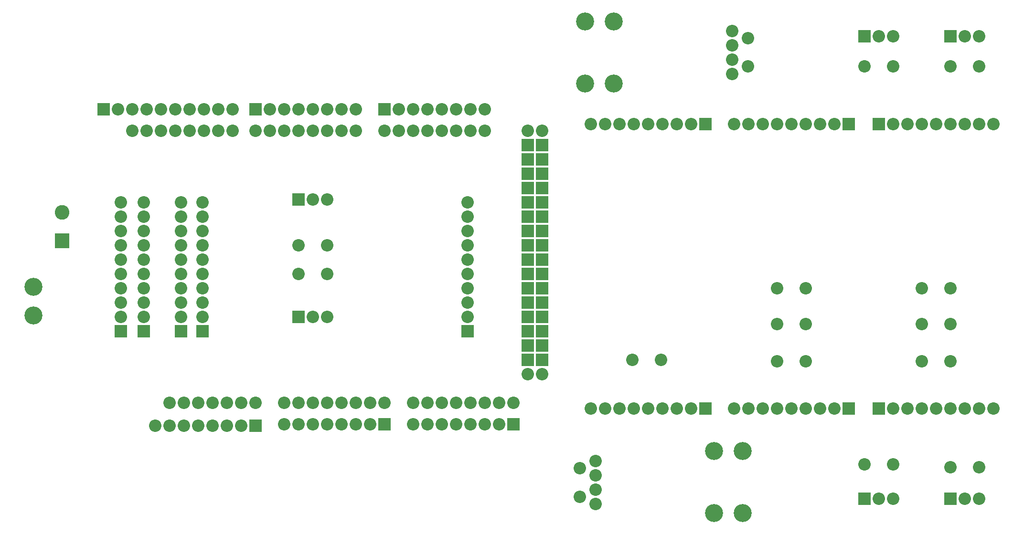
<source format=gbs>
G04 Layer: BottomSolderMaskLayer*
G04 EasyEDA v6.4.17, 2021-03-24T16:23:22--3:00*
G04 5452c1f5e71c41299ba0e0f227da57fd,59636247558045d2802cba280e4ac9d9,10*
G04 Gerber Generator version 0.2*
G04 Scale: 100 percent, Rotated: No, Reflected: No *
G04 Dimensions in millimeters *
G04 leading zeros omitted , absolute positions ,4 integer and 5 decimal *
%FSLAX45Y45*%
%MOMM*%

%ADD27C,2.2032*%
%ADD29C,3.2032*%
%ADD32C,2.6032*%

%LPD*%
D27*
G01*
X2159000Y-1397000D03*
G01*
X2159000Y-1651000D03*
G01*
X2159000Y-1905000D03*
G01*
X2159000Y-2159000D03*
G01*
X2159000Y-2413000D03*
G01*
X2159000Y-2667000D03*
G01*
X2159000Y-2921000D03*
G01*
X2159000Y-3175000D03*
G01*
X2159000Y-3429000D03*
G36*
X2048763Y-3793236D02*
G01*
X2048763Y-3572763D01*
X2269236Y-3572763D01*
X2269236Y-3793236D01*
G37*
G01*
X3200400Y-1397000D03*
G01*
X3200400Y-1651000D03*
G01*
X3200400Y-1905000D03*
G01*
X3200400Y-2159000D03*
G01*
X3200400Y-2413000D03*
G01*
X3200400Y-2667000D03*
G01*
X3200400Y-2921000D03*
G01*
X3200400Y-3175000D03*
G01*
X3200400Y-3429000D03*
G36*
X3090163Y-3793236D02*
G01*
X3090163Y-3572763D01*
X3310636Y-3572763D01*
X3310636Y-3793236D01*
G37*
G01*
X7899400Y-1397000D03*
G01*
X7899400Y-1651000D03*
G01*
X7899400Y-1905000D03*
G01*
X7899400Y-2159000D03*
G01*
X7899400Y-2413000D03*
G01*
X7899400Y-2667000D03*
G01*
X7899400Y-2921000D03*
G01*
X7899400Y-3175000D03*
G01*
X7899400Y-3429000D03*
G36*
X7789163Y-3793236D02*
G01*
X7789163Y-3572763D01*
X8009636Y-3572763D01*
X8009636Y-3793236D01*
G37*
G01*
X2819400Y-1397000D03*
G01*
X2819400Y-1651000D03*
G01*
X2819400Y-1905000D03*
G01*
X2819400Y-2159000D03*
G01*
X2819400Y-2413000D03*
G01*
X2819400Y-2667000D03*
G01*
X2819400Y-2921000D03*
G01*
X2819400Y-3175000D03*
G01*
X2819400Y-3429000D03*
G36*
X2709163Y-3793236D02*
G01*
X2709163Y-3572763D01*
X2929636Y-3572763D01*
X2929636Y-3793236D01*
G37*
G01*
X1752600Y-1397000D03*
G01*
X1752600Y-1651000D03*
G01*
X1752600Y-1905000D03*
G01*
X1752600Y-2159000D03*
G01*
X1752600Y-2413000D03*
G01*
X1752600Y-2667000D03*
G01*
X1752600Y-2921000D03*
G01*
X1752600Y-3175000D03*
G01*
X1752600Y-3429000D03*
G36*
X1642363Y-3793236D02*
G01*
X1642363Y-3572763D01*
X1862836Y-3572763D01*
X1862836Y-3793236D01*
G37*
G36*
X4029963Y-5469636D02*
G01*
X4029963Y-5249163D01*
X4250436Y-5249163D01*
X4250436Y-5469636D01*
G37*
G01*
X3886200Y-5359400D03*
G01*
X3632200Y-5359400D03*
G01*
X3378200Y-5359400D03*
G01*
X2362200Y-5359400D03*
G01*
X2616200Y-5359400D03*
G01*
X2870200Y-5359400D03*
G01*
X3124200Y-5359400D03*
G36*
X6315963Y-5444236D02*
G01*
X6315963Y-5223763D01*
X6536436Y-5223763D01*
X6536436Y-5444236D01*
G37*
G01*
X6172200Y-5334000D03*
G01*
X5918200Y-5334000D03*
G01*
X5664200Y-5334000D03*
G01*
X4648200Y-5334000D03*
G01*
X4902200Y-5334000D03*
G01*
X5156200Y-5334000D03*
G01*
X5410200Y-5334000D03*
G01*
X3733800Y254000D03*
G01*
X3479800Y254000D03*
G01*
X3225800Y254000D03*
G01*
X2971800Y254000D03*
G01*
X2717800Y254000D03*
G01*
X2463800Y254000D03*
G01*
X2209800Y254000D03*
G01*
X1955800Y254000D03*
G01*
X1701800Y254000D03*
G36*
X1337563Y143763D02*
G01*
X1337563Y364236D01*
X1558036Y364236D01*
X1558036Y143763D01*
G37*
G36*
X4029963Y143763D02*
G01*
X4029963Y364236D01*
X4250436Y364236D01*
X4250436Y143763D01*
G37*
G01*
X4394200Y254000D03*
G01*
X4648200Y254000D03*
G01*
X4902200Y254000D03*
G01*
X5918200Y254000D03*
G01*
X5664200Y254000D03*
G01*
X5410200Y254000D03*
G01*
X5156200Y254000D03*
G36*
X6315963Y143763D02*
G01*
X6315963Y364236D01*
X6536436Y364236D01*
X6536436Y143763D01*
G37*
G01*
X6680200Y254000D03*
G01*
X6934200Y254000D03*
G01*
X7188200Y254000D03*
G01*
X8204200Y254000D03*
G01*
X7950200Y254000D03*
G01*
X7696200Y254000D03*
G01*
X7442200Y254000D03*
G01*
X12590195Y1640204D03*
G01*
X12590195Y1386204D03*
G01*
X12590195Y1132204D03*
G01*
X12590195Y878204D03*
G01*
X12870205Y1513204D03*
G01*
X12870205Y1013205D03*
D29*
G01*
X9982200Y708202D03*
G01*
X10490200Y708202D03*
G01*
X10488193Y1808200D03*
G01*
X9980193Y1808200D03*
G01*
X203200Y-2895600D03*
G01*
X203200Y-3403600D03*
D27*
G01*
X4902200Y-2667000D03*
G01*
X5410200Y-2667000D03*
G01*
X4902200Y-2159000D03*
G01*
X5410200Y-2159000D03*
G36*
X4790440Y-3539236D02*
G01*
X4790440Y-3318763D01*
X5013959Y-3318763D01*
X5013959Y-3539236D01*
G37*
G01*
X5156200Y-3429000D03*
G01*
X5410200Y-3429000D03*
G36*
X4791963Y-1456436D02*
G01*
X4791963Y-1235963D01*
X5012436Y-1235963D01*
X5012436Y-1456436D01*
G37*
G01*
X5156200Y-1346200D03*
G01*
X5410200Y-1346200D03*
G36*
X14824963Y-6765036D02*
G01*
X14824963Y-6544563D01*
X15045436Y-6544563D01*
X15045436Y-6765036D01*
G37*
G01*
X15189200Y-6654800D03*
G01*
X15443200Y-6654800D03*
G36*
X16348963Y-6765036D02*
G01*
X16348963Y-6544563D01*
X16569436Y-6544563D01*
X16569436Y-6765036D01*
G37*
G01*
X16713200Y-6654800D03*
G01*
X16967200Y-6654800D03*
G36*
X14824963Y1439163D02*
G01*
X14824963Y1659636D01*
X15045436Y1659636D01*
X15045436Y1439163D01*
G37*
G01*
X15189200Y1549400D03*
G01*
X15443200Y1549400D03*
G36*
X16348963Y1439163D02*
G01*
X16348963Y1659636D01*
X16569436Y1659636D01*
X16569436Y1439163D01*
G37*
G01*
X16713200Y1549400D03*
G01*
X16967200Y1549400D03*
G36*
X581152Y-2209037D02*
G01*
X581152Y-1948687D01*
X841247Y-1948687D01*
X841247Y-2209037D01*
G37*
D32*
G01*
X711200Y-1578813D03*
D27*
G01*
X15443200Y-6045200D03*
G01*
X14935200Y-6045200D03*
G01*
X16967200Y-6096000D03*
G01*
X16459200Y-6096000D03*
G01*
X15443200Y1016000D03*
G01*
X14935200Y1016000D03*
G01*
X16967200Y1016000D03*
G01*
X16459200Y1016000D03*
G01*
X13385800Y-3556000D03*
G01*
X13893800Y-3556000D03*
G01*
X13385800Y-4216400D03*
G01*
X13893800Y-4216400D03*
G01*
X15951200Y-3556000D03*
G01*
X16459200Y-3556000D03*
G01*
X15951200Y-4216400D03*
G01*
X16459200Y-4216400D03*
G01*
X13385800Y-2921000D03*
G01*
X13893800Y-2921000D03*
G01*
X11328400Y-4191000D03*
G01*
X10820400Y-4191000D03*
G01*
X15951200Y-2921000D03*
G01*
X16459200Y-2921000D03*
G36*
X8601963Y-5444236D02*
G01*
X8601963Y-5223763D01*
X8822436Y-5223763D01*
X8822436Y-5444236D01*
G37*
G01*
X8458200Y-5334000D03*
G01*
X8204200Y-5334000D03*
G01*
X7950200Y-5334000D03*
G01*
X6934200Y-5334000D03*
G01*
X7188200Y-5334000D03*
G01*
X7442200Y-5334000D03*
G01*
X7696200Y-5334000D03*
G36*
X12005563Y-122936D02*
G01*
X12005563Y97536D01*
X12226036Y97536D01*
X12226036Y-122936D01*
G37*
G01*
X11861800Y-12725D03*
G01*
X11607800Y-12725D03*
G01*
X11353800Y-12725D03*
G01*
X11099800Y-12725D03*
G01*
X10845800Y-12725D03*
G01*
X10591800Y-12725D03*
G01*
X10337800Y-12725D03*
G01*
X10083800Y-12725D03*
G36*
X12005563Y-5164836D02*
G01*
X12005563Y-4944363D01*
X12226036Y-4944363D01*
X12226036Y-5164836D01*
G37*
G01*
X11861800Y-5054625D03*
G01*
X11607800Y-5054625D03*
G01*
X11353800Y-5054625D03*
G01*
X11099800Y-5054625D03*
G01*
X10845800Y-5054625D03*
G01*
X10591800Y-5054625D03*
G01*
X10337800Y-5054625D03*
G01*
X10083800Y-5054625D03*
G36*
X14545563Y-122936D02*
G01*
X14545563Y97536D01*
X14765781Y97536D01*
X14765781Y-122936D01*
G37*
G01*
X14401698Y-12725D03*
G01*
X14147698Y-12725D03*
G01*
X13893698Y-12725D03*
G01*
X13639698Y-12725D03*
G01*
X13385698Y-12725D03*
G01*
X13131698Y-12725D03*
G01*
X12877698Y-12725D03*
G01*
X12623698Y-12725D03*
G36*
X14545563Y-5164836D02*
G01*
X14545563Y-4944363D01*
X14765781Y-4944363D01*
X14765781Y-5164836D01*
G37*
G01*
X14401698Y-5054625D03*
G01*
X14147698Y-5054625D03*
G01*
X13893698Y-5054625D03*
G01*
X13639698Y-5054625D03*
G01*
X13385698Y-5054625D03*
G01*
X13131698Y-5054625D03*
G01*
X12877698Y-5054625D03*
G01*
X12623698Y-5054625D03*
G36*
X15078963Y-5164836D02*
G01*
X15078963Y-4944363D01*
X15299181Y-4944363D01*
X15299181Y-5164836D01*
G37*
G01*
X15443123Y-5054600D03*
G01*
X15697123Y-5054600D03*
G01*
X15951123Y-5054600D03*
G01*
X16205123Y-5054600D03*
G01*
X16459123Y-5054600D03*
G01*
X16713123Y-5054600D03*
G01*
X16967123Y-5054600D03*
G01*
X17221123Y-5054600D03*
G36*
X15078963Y-122936D02*
G01*
X15078963Y97536D01*
X15299181Y97536D01*
X15299181Y-122936D01*
G37*
G01*
X15443123Y-12700D03*
G01*
X15697123Y-12700D03*
G01*
X15951123Y-12700D03*
G01*
X16205123Y-12700D03*
G01*
X16459123Y-12700D03*
G01*
X16713123Y-12700D03*
G01*
X16967123Y-12700D03*
G01*
X17221123Y-12700D03*
G01*
X4140301Y-4953000D03*
G01*
X3886301Y-4953000D03*
G01*
X3632301Y-4953000D03*
G01*
X3378301Y-4953000D03*
G01*
X3124301Y-4953000D03*
G01*
X2870301Y-4953000D03*
G01*
X9220301Y-127000D03*
G01*
X8966301Y-127000D03*
G01*
X9220301Y-4445000D03*
G01*
X8966301Y-4445000D03*
G36*
X8856218Y-2523236D02*
G01*
X8856218Y-2302763D01*
X9076436Y-2302763D01*
X9076436Y-2523236D01*
G37*
G36*
X9110218Y-2523236D02*
G01*
X9110218Y-2302763D01*
X9330436Y-2302763D01*
X9330436Y-2523236D01*
G37*
G36*
X8856218Y-2777236D02*
G01*
X8856218Y-2556763D01*
X9076436Y-2556763D01*
X9076436Y-2777236D01*
G37*
G36*
X9110218Y-2777236D02*
G01*
X9110218Y-2556763D01*
X9330436Y-2556763D01*
X9330436Y-2777236D01*
G37*
G36*
X8856218Y-3031236D02*
G01*
X8856218Y-2810763D01*
X9076436Y-2810763D01*
X9076436Y-3031236D01*
G37*
G36*
X9110218Y-3031236D02*
G01*
X9110218Y-2810763D01*
X9330436Y-2810763D01*
X9330436Y-3031236D01*
G37*
G36*
X8856218Y-3285236D02*
G01*
X8856218Y-3064763D01*
X9076436Y-3064763D01*
X9076436Y-3285236D01*
G37*
G36*
X9110218Y-3285236D02*
G01*
X9110218Y-3064763D01*
X9330436Y-3064763D01*
X9330436Y-3285236D01*
G37*
G36*
X8856218Y-3539236D02*
G01*
X8856218Y-3318763D01*
X9076436Y-3318763D01*
X9076436Y-3539236D01*
G37*
G36*
X9110218Y-3539236D02*
G01*
X9110218Y-3318763D01*
X9330436Y-3318763D01*
X9330436Y-3539236D01*
G37*
G36*
X8856218Y-3793236D02*
G01*
X8856218Y-3572763D01*
X9076436Y-3572763D01*
X9076436Y-3793236D01*
G37*
G36*
X9110218Y-3793236D02*
G01*
X9110218Y-3572763D01*
X9330436Y-3572763D01*
X9330436Y-3793236D01*
G37*
G36*
X8856218Y-4047236D02*
G01*
X8856218Y-3826763D01*
X9076436Y-3826763D01*
X9076436Y-4047236D01*
G37*
G36*
X9110218Y-4047236D02*
G01*
X9110218Y-3826763D01*
X9330436Y-3826763D01*
X9330436Y-4047236D01*
G37*
G36*
X8856218Y-4301236D02*
G01*
X8856218Y-4080763D01*
X9076436Y-4080763D01*
X9076436Y-4301236D01*
G37*
G36*
X9110218Y-4301236D02*
G01*
X9110218Y-4080763D01*
X9330436Y-4080763D01*
X9330436Y-4301236D01*
G37*
G36*
X8856218Y-491236D02*
G01*
X8856218Y-270763D01*
X9076436Y-270763D01*
X9076436Y-491236D01*
G37*
G36*
X9110218Y-491236D02*
G01*
X9110218Y-270763D01*
X9330436Y-270763D01*
X9330436Y-491236D01*
G37*
G36*
X8856218Y-745236D02*
G01*
X8856218Y-524763D01*
X9076436Y-524763D01*
X9076436Y-745236D01*
G37*
G36*
X9110218Y-745236D02*
G01*
X9110218Y-524763D01*
X9330436Y-524763D01*
X9330436Y-745236D01*
G37*
G36*
X8856218Y-999236D02*
G01*
X8856218Y-778763D01*
X9076436Y-778763D01*
X9076436Y-999236D01*
G37*
G36*
X9110218Y-999236D02*
G01*
X9110218Y-778763D01*
X9330436Y-778763D01*
X9330436Y-999236D01*
G37*
G36*
X8856218Y-1253236D02*
G01*
X8856218Y-1032763D01*
X9076436Y-1032763D01*
X9076436Y-1253236D01*
G37*
G36*
X9110218Y-1253236D02*
G01*
X9110218Y-1032763D01*
X9330436Y-1032763D01*
X9330436Y-1253236D01*
G37*
G36*
X8856218Y-1507236D02*
G01*
X8856218Y-1286763D01*
X9076436Y-1286763D01*
X9076436Y-1507236D01*
G37*
G36*
X9110218Y-1507236D02*
G01*
X9110218Y-1286763D01*
X9330436Y-1286763D01*
X9330436Y-1507236D01*
G37*
G36*
X8856218Y-1761236D02*
G01*
X8856218Y-1540763D01*
X9076436Y-1540763D01*
X9076436Y-1761236D01*
G37*
G36*
X9110218Y-1761236D02*
G01*
X9110218Y-1540763D01*
X9330436Y-1540763D01*
X9330436Y-1761236D01*
G37*
G36*
X8856218Y-2015236D02*
G01*
X8856218Y-1794763D01*
X9076436Y-1794763D01*
X9076436Y-2015236D01*
G37*
G36*
X9110218Y-2015236D02*
G01*
X9110218Y-1794763D01*
X9330436Y-1794763D01*
X9330436Y-2015236D01*
G37*
G36*
X8856218Y-2269236D02*
G01*
X8856218Y-2048763D01*
X9076436Y-2048763D01*
X9076436Y-2269236D01*
G37*
G36*
X9110218Y-2269236D02*
G01*
X9110218Y-2048763D01*
X9330436Y-2048763D01*
X9330436Y-2269236D01*
G37*
G01*
X1955901Y-127000D03*
G01*
X3733901Y-127000D03*
G01*
X3479901Y-127000D03*
G01*
X3225901Y-127000D03*
G01*
X2971901Y-127000D03*
G01*
X2717901Y-127000D03*
G01*
X2463901Y-127000D03*
G01*
X2209901Y-127000D03*
G01*
X4140301Y-127000D03*
G01*
X5918301Y-127000D03*
G01*
X5664301Y-127000D03*
G01*
X5410301Y-127000D03*
G01*
X5156301Y-127000D03*
G01*
X4902301Y-127000D03*
G01*
X4648301Y-127000D03*
G01*
X4394301Y-127000D03*
G01*
X4648301Y-4953000D03*
G01*
X6426301Y-4953000D03*
G01*
X6172301Y-4953000D03*
G01*
X5918301Y-4953000D03*
G01*
X5664301Y-4953000D03*
G01*
X5410301Y-4953000D03*
G01*
X5156301Y-4953000D03*
G01*
X4902301Y-4953000D03*
G01*
X6426301Y-127000D03*
G01*
X8204301Y-127000D03*
G01*
X7950301Y-127000D03*
G01*
X7696301Y-127000D03*
G01*
X7442301Y-127000D03*
G01*
X7188301Y-127000D03*
G01*
X6934301Y-127000D03*
G01*
X6680301Y-127000D03*
G01*
X6934301Y-4953000D03*
G01*
X8712301Y-4953000D03*
G01*
X8458301Y-4953000D03*
G01*
X8204301Y-4953000D03*
G01*
X7950301Y-4953000D03*
G01*
X7696301Y-4953000D03*
G01*
X7442301Y-4953000D03*
G01*
X7188301Y-4953000D03*
G01*
X2616301Y-4953000D03*
G01*
X10168204Y-6745604D03*
G01*
X10168204Y-6491604D03*
G01*
X10168204Y-6237604D03*
G01*
X10168204Y-5983604D03*
G01*
X9888194Y-6618604D03*
G01*
X9888194Y-6118605D03*
D29*
G01*
X12776200Y-5813602D03*
G01*
X12268200Y-5813602D03*
G01*
X12270206Y-6913600D03*
G01*
X12778206Y-6913600D03*
M02*

</source>
